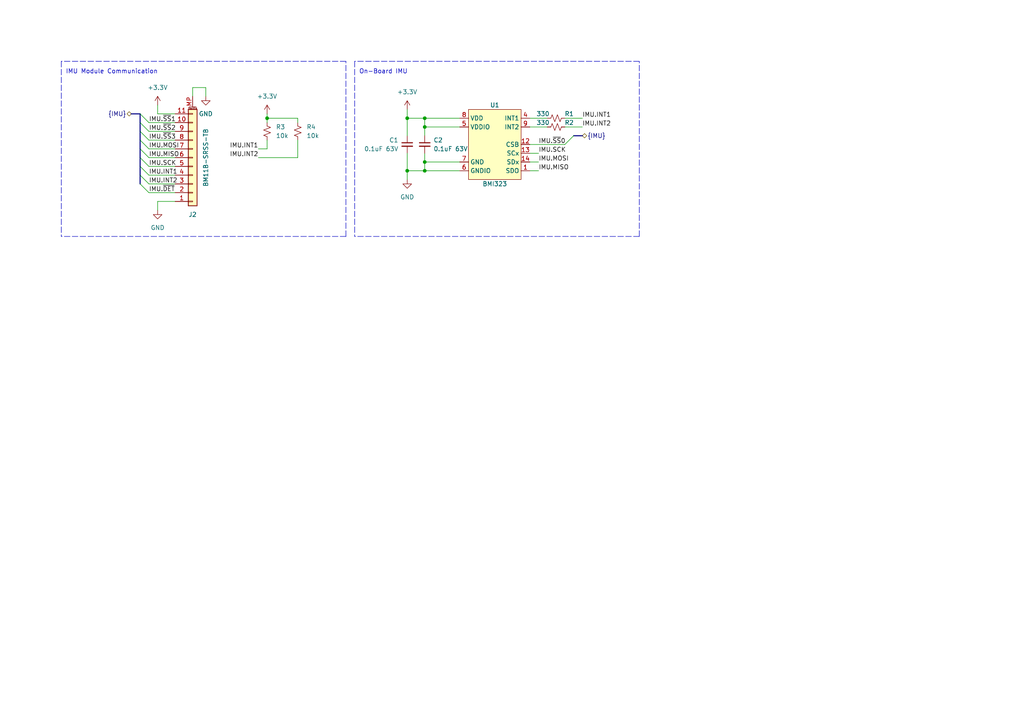
<source format=kicad_sch>
(kicad_sch (version 20231120) (generator "eeschema") (generator_version "8.0")
  (paper "A4")
  (title_block (title "Control") (date "2024-12-21") (rev "v3.0") (company "SSL A-Team") (comment 1 "Author: Will Stuckey"))
  (lib_symbols
    (symbol "AT-IMU:BMI323"
      (property "Reference" "U" (at 0 11.43 0))
      (property "Value" "BMI323" (at 0 -11.43 0))
      (symbol "BMI323_0_1"
        (rectangle (start -7.62 10.16) (end 7.62 -10.16) (fill (type background)))
      )
      (symbol "BMI323_1_1"
        (pin bidirectional line (at 10.16 -7.62 180) (length 2.54) (name "SDO") (number "1"))
        (pin no_connect line (at 33.02 -5.08 0) (length 2.54) hide (name "NC") (number "10"))
        (pin no_connect line (at 33.02 -7.62 0) (length 2.54) hide (name "NC") (number "11"))
        (pin input line (at 10.16 0 180) (length 2.54) (name "CSB") (number "12"))
        (pin input line (at 10.16 -2.54 180) (length 2.54) (name "SCx") (number "13"))
        (pin bidirectional line (at 10.16 -5.08 180) (length 2.54) (name "SDx") (number "14"))
        (pin no_connect line (at 33.02 0 0) (length 2.54) hide (name "NC") (number "2"))
        (pin no_connect line (at 33.02 -2.54 0) (length 2.54) hide (name "NC") (number "3"))
        (pin bidirectional line (at 10.16 7.62 180) (length 2.54) (name "INT1") (number "4"))
        (pin power_in line (at -10.16 5.08 0) (length 2.54) (name "VDDIO") (number "5"))
        (pin power_in line (at -10.16 -7.62 0) (length 2.54) (name "GNDIO") (number "6"))
        (pin power_in line (at -10.16 -5.08 0) (length 2.54) (name "GND") (number "7"))
        (pin power_in line (at -10.16 7.62 0) (length 2.54) (name "VDD") (number "8"))
        (pin bidirectional line (at 10.16 5.08 180) (length 2.54) (name "INT2") (number "9"))
      )
    )
    (symbol "Connector_Generic_MountingPin:Conn_01x11_MountingPin" (pin_names (offset 1.016) hide)
      (property "Reference" "J" (at 0 15.24 0))
      (property "Value" "Conn_01x11_MountingPin" (at 1.27 -15.24 0))
      (symbol "Conn_01x11_MountingPin_1_1"
        (rectangle (start -1.27 -12.573) (end 0 -12.827) (stroke (width 0.1524)))
        (rectangle (start -1.27 -10.033) (end 0 -10.287) (stroke (width 0.1524)))
        (rectangle (start -1.27 -7.493) (end 0 -7.747) (stroke (width 0.1524)))
        (rectangle (start -1.27 -4.953) (end 0 -5.207) (stroke (width 0.1524)))
        (rectangle (start -1.27 -2.413) (end 0 -2.667) (stroke (width 0.1524)))
        (rectangle (start -1.27 0.127) (end 0 -0.127) (stroke (width 0.1524)))
        (rectangle (start -1.27 2.667) (end 0 2.413) (stroke (width 0.1524)))
        (rectangle (start -1.27 5.207) (end 0 4.953) (stroke (width 0.1524)))
        (rectangle (start -1.27 7.747) (end 0 7.493) (stroke (width 0.1524)))
        (rectangle (start -1.27 10.287) (end 0 10.033) (stroke (width 0.1524)))
        (rectangle (start -1.27 12.827) (end 0 12.573) (stroke (width 0.1524)))
        (rectangle (start -1.27 13.97) (end 1.27 -13.97) (stroke (width 0.254)) (fill (type background)))
        (polyline (pts (xy -1.016 -14.732) (xy 1.016 -14.732)) (stroke (width 0.1524)))
        (text "Mounting" (at 0 -14.351 0) (effects (font (size 0.381 0.381))))
        (pin passive line (at -5.08 12.7 0) (length 3.81) (name "Pin_1") (number "1"))
        (pin passive line (at -5.08 -10.16 0) (length 3.81) (name "Pin_10") (number "10"))
        (pin passive line (at -5.08 -12.7 0) (length 3.81) (name "Pin_11") (number "11"))
        (pin passive line (at -5.08 10.16 0) (length 3.81) (name "Pin_2") (number "2"))
        (pin passive line (at -5.08 7.62 0) (length 3.81) (name "Pin_3") (number "3"))
        (pin passive line (at -5.08 5.08 0) (length 3.81) (name "Pin_4") (number "4"))
        (pin passive line (at -5.08 2.54 0) (length 3.81) (name "Pin_5") (number "5"))
        (pin passive line (at -5.08 0 0) (length 3.81) (name "Pin_6") (number "6"))
        (pin passive line (at -5.08 -2.54 0) (length 3.81) (name "Pin_7") (number "7"))
        (pin passive line (at -5.08 -5.08 0) (length 3.81) (name "Pin_8") (number "8"))
        (pin passive line (at -5.08 -7.62 0) (length 3.81) (name "Pin_9") (number "9"))
        (pin passive line (at 0 -17.78 90) (length 3.048) (name "MountPin") (number "MP"))
      )
    )
    (symbol "Device:C_Small" (pin_numbers hide) (pin_names (offset 0.254) hide)
      (property "Reference" "C" (at 0.254 1.778 0))
      (property "Value" "C_Small" (at 0.254 -2.032 0))
      (symbol "C_Small_0_1"
        (polyline (pts (xy -1.524 -0.508) (xy 1.524 -0.508)) (stroke (width 0.3302)))
        (polyline (pts (xy -1.524 0.508) (xy 1.524 0.508)) (stroke (width 0.3048)))
      )
      (symbol "C_Small_1_1"
        (pin passive line (at 0 2.54 270) (length 2.032) (name "~") (number "1"))
        (pin passive line (at 0 -2.54 90) (length 2.032) (name "~") (number "2"))
      )
    )
    (symbol "Device:R_Small_US" (pin_numbers hide) (pin_names (offset 0.254) hide)
      (property "Reference" "R" (at 0.762 0.508 0))
      (property "Value" "R_Small_US" (at 0.762 -1.016 0))
      (symbol "R_Small_US_1_1"
        (polyline (pts (xy 0 0) (xy 1.016 -0.381) (xy 0 -0.762) (xy -1.016 -1.143) (xy 0 -1.524)))
        (polyline (pts (xy 0 1.524) (xy 1.016 1.143) (xy 0 0.762) (xy -1.016 0.381) (xy 0 0)))
        (pin passive line (at 0 2.54 270) (length 1.016) (name "~") (number "1"))
        (pin passive line (at 0 -2.54 90) (length 1.016) (name "~") (number "2"))
      )
    )
    (symbol "power:+3.3V" (power) (pin_names (offset 0))
      (property "Value" "+3.3V" (at 0 3.556 0))
      (symbol "+3.3V_0_1"
        (polyline (pts (xy -0.762 1.27) (xy 0 2.54)))
        (polyline (pts (xy 0 0) (xy 0 2.54)))
        (polyline (pts (xy 0 2.54) (xy 0.762 1.27)))
      )
      (symbol "+3.3V_1_1"
        (pin power_in line (at 0 0 90) (length 0) hide (name "+3.3V") (number "1"))
      )
    )
    (symbol "power:GND" (power) (pin_names (offset 0))
      (property "Value" "GND" (at 0 -3.81 0))
      (symbol "GND_0_1"
        (polyline (pts (xy 0 0) (xy 0 -1.27) (xy 1.27 -1.27) (xy 0 -2.54) (xy -1.27 -1.27) (xy 0 -1.27)))
      )
      (symbol "GND_1_1"
        (pin power_in line (at 0 0 270) (length 0) hide (name "GND") (number "1"))
      )
    )
  )
  (junction (at 123.19 34.29))
  (junction (at 118.11 49.53))
  (junction (at 123.19 36.83))
  (junction (at 77.47 34.29))
  (junction (at 123.19 46.99))
  (junction (at 118.11 34.29))
  (junction (at 123.19 49.53))
  (bus_entry (at 40.64 40.64) (size 2.54 2.54))
  (bus_entry (at 40.64 38.1) (size 2.54 2.54))
  (bus_entry (at 40.64 53.34) (size 2.54 2.54))
  (bus_entry (at 40.64 50.8) (size 2.54 2.54))
  (bus_entry (at 40.64 33.02) (size 2.54 2.54))
  (bus_entry (at 40.64 35.56) (size 2.54 2.54))
  (bus_entry (at 40.64 48.26) (size 2.54 2.54))
  (bus_entry (at 166.37 39.37) (size -2.54 2.54))
  (bus_entry (at 40.64 43.18) (size 2.54 2.54))
  (bus_entry (at 40.64 45.72) (size 2.54 2.54))
  (polyline (pts (xy 100.33 68.58) (xy 100.33 17.78)) (stroke (width 0) (type dash)))
  (bus (pts (xy 40.64 45.72) (xy 40.64 48.26)))
  (wire (pts (xy 123.19 36.83) (xy 123.19 39.37)))
  (wire (pts (xy 50.8 58.42) (xy 45.72 58.42)))
  (wire (pts (xy 153.67 44.45) (xy 156.21 44.45)))
  (polyline (pts (xy 100.33 17.78) (xy 17.78 17.78)) (stroke (width 0) (type dash)))
  (wire (pts (xy 153.67 36.83) (xy 158.75 36.83)))
  (wire (pts (xy 123.19 34.29) (xy 133.35 34.29)))
  (wire (pts (xy 123.19 36.83) (xy 133.35 36.83)))
  (wire (pts (xy 45.72 33.02) (xy 45.72 30.48)))
  (wire (pts (xy 59.69 25.4) (xy 59.69 27.94)))
  (wire (pts (xy 43.18 45.72) (xy 50.8 45.72)))
  (polyline (pts (xy 185.42 17.78) (xy 102.87 17.78)) (stroke (width 0) (type dash)))
  (wire (pts (xy 153.67 46.99) (xy 156.21 46.99)))
  (polyline (pts (xy 185.42 68.58) (xy 102.87 68.58)) (stroke (width 0) (type dash)))
  (wire (pts (xy 43.18 50.8) (xy 50.8 50.8)))
  (bus (pts (xy 40.64 38.1) (xy 40.64 40.64)))
  (polyline (pts (xy 185.42 68.58) (xy 185.42 17.78)) (stroke (width 0) (type dash)))
  (wire (pts (xy 55.88 25.4) (xy 59.69 25.4)))
  (wire (pts (xy 153.67 41.91) (xy 163.83 41.91)))
  (wire (pts (xy 118.11 49.53) (xy 123.19 49.53)))
  (polyline (pts (xy 17.78 17.78) (xy 17.78 68.58)) (stroke (width 0) (type dash)))
  (wire (pts (xy 77.47 33.02) (xy 77.47 34.29)))
  (wire (pts (xy 123.19 34.29) (xy 123.19 36.83)))
  (bus (pts (xy 40.64 40.64) (xy 40.64 43.18)))
  (wire (pts (xy 123.19 44.45) (xy 123.19 46.99)))
  (bus (pts (xy 40.64 48.26) (xy 40.64 50.8)))
  (wire (pts (xy 123.19 46.99) (xy 123.19 49.53)))
  (bus (pts (xy 40.64 43.18) (xy 40.64 45.72)))
  (polyline (pts (xy 100.33 68.58) (xy 17.78 68.58)) (stroke (width 0) (type dash)))
  (wire (pts (xy 118.11 34.29) (xy 118.11 39.37)))
  (wire (pts (xy 43.18 35.56) (xy 50.8 35.56)))
  (wire (pts (xy 50.8 33.02) (xy 45.72 33.02)))
  (wire (pts (xy 43.18 40.64) (xy 50.8 40.64)))
  (wire (pts (xy 43.18 55.88) (xy 50.8 55.88)))
  (bus (pts (xy 40.64 35.56) (xy 40.64 38.1)))
  (bus (pts (xy 40.64 50.8) (xy 40.64 53.34)))
  (wire (pts (xy 118.11 49.53) (xy 118.11 52.07)))
  (wire (pts (xy 55.88 27.94) (xy 55.88 25.4)))
  (wire (pts (xy 86.36 45.72) (xy 86.36 40.64)))
  (wire (pts (xy 123.19 46.99) (xy 133.35 46.99)))
  (wire (pts (xy 74.93 43.18) (xy 77.47 43.18)))
  (wire (pts (xy 118.11 44.45) (xy 118.11 49.53)))
  (wire (pts (xy 86.36 35.56) (xy 86.36 34.29)))
  (wire (pts (xy 77.47 34.29) (xy 77.47 35.56)))
  (wire (pts (xy 45.72 58.42) (xy 45.72 60.96)))
  (wire (pts (xy 74.93 45.72) (xy 86.36 45.72)))
  (polyline (pts (xy 102.87 17.78) (xy 102.87 68.58)) (stroke (width 0) (type dash)))
  (wire (pts (xy 153.67 49.53) (xy 156.21 49.53)))
  (bus (pts (xy 166.37 39.37) (xy 168.91 39.37)))
  (bus (pts (xy 40.64 33.02) (xy 38.1 33.02)))
  (wire (pts (xy 43.18 48.26) (xy 50.8 48.26)))
  (wire (pts (xy 43.18 38.1) (xy 50.8 38.1)))
  (wire (pts (xy 163.83 34.29) (xy 168.91 34.29)))
  (wire (pts (xy 123.19 49.53) (xy 133.35 49.53)))
  (wire (pts (xy 43.18 53.34) (xy 50.8 53.34)))
  (wire (pts (xy 77.47 34.29) (xy 86.36 34.29)))
  (wire (pts (xy 77.47 40.64) (xy 77.47 43.18)))
  (wire (pts (xy 153.67 34.29) (xy 158.75 34.29)))
  (wire (pts (xy 118.11 34.29) (xy 123.19 34.29)))
  (bus (pts (xy 40.64 35.56) (xy 40.64 33.02)))
  (wire (pts (xy 163.83 36.83) (xy 168.91 36.83)))
  (wire (pts (xy 43.18 43.18) (xy 50.8 43.18)))
  (wire (pts (xy 118.11 34.29) (xy 118.11 31.75)))
  (text "On-Board IMU" (at 104.14 21.59 0) (effects (font (size 1.27 1.27)) (justify left bottom)))
  (text "IMU Module Communication" (at 19.05 21.59 0) (effects (font (size 1.27 1.27)) (justify left bottom)))
  (label "IMU.INT2" (at 43.18 53.34 0))
  (label "IMU.SCK" (at 156.21 44.45 0))
  (label "IMU.INT2" (at 168.91 36.83 0))
  (label "IMU.INT2" (at 74.93 45.72 180))
  (label "IMU.MOSI" (at 156.21 46.99 0))
  (label "IMU.INT1" (at 43.18 50.8 0))
  (label "IMU.MISO" (at 156.21 49.53 0))
  (label "IMU.~{SS}0" (at 156.21 41.91 0))
  (label "IMU.~{SS}1" (at 43.18 35.56 0))
  (label "IMU.MISO" (at 43.18 45.72 0))
  (label "IMU.~{DET}" (at 43.18 55.88 0))
  (label "IMU.~{SS}3" (at 43.18 40.64 0))
  (label "IMU.~{SS}2" (at 43.18 38.1 0))
  (label "IMU.INT1" (at 168.91 34.29 0))
  (label "IMU.SCK" (at 43.18 48.26 0))
  (label "IMU.MOSI" (at 43.18 43.18 0))
  (label "IMU.INT1" (at 74.93 43.18 180))
  (hierarchical_label "{IMU}" (shape bidirectional) (at 38.1 33.02 180))
  (hierarchical_label "{IMU}" (shape bidirectional) (at 168.91 39.37 0))
  (symbol (lib_id "Device:R_Small_US") (at 161.29 36.83 90) (unit 1)
    (property "Reference" "R2" (at 165.1 35.56 90))
    (property "Value" "330" (at 157.48 35.56 90))
    (property "Footprint" "Resistor_SMD:R_0402_1005Metric" (effects (hide yes)))
  )
  (symbol (lib_id "power:GND") (at 59.69 27.94 0) (unit 1)
    (property "Reference" "#PWR05" (effects (hide yes)))
    (property "Value" "GND" (at 59.69 33.02 0))
  )
  (symbol (lib_id "Device:R_Small_US") (at 161.29 34.29 90) (unit 1)
    (property "Reference" "R1" (at 165.1 33.02 90))
    (property "Value" "330" (at 157.48 33.02 90))
    (property "Footprint" "Resistor_SMD:R_0402_1005Metric" (effects (hide yes)))
  )
  (symbol (lib_id "Device:C_Small") (at 123.19 41.91 0) (unit 1)
    (property "Reference" "C2" (at 125.73 40.6462 0) (effects (justify left)))
    (property "Value" "0.1uF 63V" (at 125.73 43.1862 0) (effects (justify left)))
    (property "Footprint" "Capacitor_SMD:C_0402_1005Metric" (effects (hide yes)))
  )
  (symbol (lib_id "power:GND") (at 45.72 60.96 0) (unit 1)
    (property "Reference" "#PWR010" (effects (hide yes)))
    (property "Value" "GND" (at 45.72 66.04 0))
  )
  (symbol (lib_id "Device:C_Small") (at 118.11 41.91 0) (mirror y) (unit 1)
    (property "Reference" "C1" (at 115.57 40.6462 0) (effects (justify left)))
    (property "Value" "0.1uF 63V" (at 115.57 43.1862 0) (effects (justify left)))
    (property "Footprint" "Capacitor_SMD:C_0402_1005Metric" (effects (hide yes)))
  )
  (symbol (lib_id "Device:R_Small_US") (at 77.47 38.1 0) (unit 1)
    (property "Reference" "R3" (at 80.01 36.8299 0) (effects (justify left)))
    (property "Value" "10k" (at 80.01 39.3699 0) (effects (justify left)))
    (property "Footprint" "Resistor_SMD:R_0402_1005Metric" (effects (hide yes)))
  )
  (symbol (lib_id "AT-IMU:BMI323") (at 143.51 41.91 0) (unit 1)
    (property "Reference" "U1" (at 143.51 30.48 0))
    (property "Value" "BMI323" (at 143.51 53.34 0))
    (property "Footprint" "AT-IMU:BMI323" (effects (hide yes)))
    (property "Datasheet" "https://www.bosch-sensortec.com/media/boschsensortec/downloads/datasheets/bst-bmi323-ds000.pdf" (effects (hide yes)))
  )
  (symbol (lib_id "power:+3.3V") (at 45.72 30.48 0) (unit 1)
    (property "Reference" "#PWR06" (effects (hide yes)))
    (property "Value" "+3.3V" (at 45.72 25.4 0))
  )
  (symbol (lib_id "power:+3.3V") (at 77.47 33.02 0) (unit 1)
    (property "Reference" "#PWR08" (effects (hide yes)))
    (property "Value" "+3.3V" (at 77.47 27.94 0))
  )
  (symbol (lib_id "Connector_Generic_MountingPin:Conn_01x11_MountingPin") (at 55.88 45.72 0) (mirror x) (unit 1)
    (property "Reference" "J2" (at 55.88 62.23 0))
    (property "Value" "BM11B-SRSS-TB" (at 59.69 45.72 90))
    (property "Footprint" "Connector_JST:JST_SH_BM11B-SRSS-TB_1x11-1MP_P1.00mm_Vertical" (effects (hide yes)))
  )
  (symbol (lib_id "power:+3.3V") (at 118.11 31.75 0) (unit 1)
    (property "Reference" "#PWR07" (effects (hide yes)))
    (property "Value" "+3.3V" (at 118.11 26.67 0))
  )
  (symbol (lib_id "Device:R_Small_US") (at 86.36 38.1 0) (unit 1)
    (property "Reference" "R4" (at 88.9 36.8299 0) (effects (justify left)))
    (property "Value" "10k" (at 88.9 39.3699 0) (effects (justify left)))
    (property "Footprint" "Resistor_SMD:R_0402_1005Metric" (effects (hide yes)))
  )
  (symbol (lib_id "power:GND") (at 118.11 52.07 0) (unit 1)
    (property "Reference" "#PWR09" (effects (hide yes)))
    (property "Value" "GND" (at 118.11 57.15 0))
  )
)
</source>
